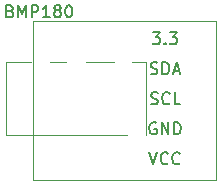
<source format=gbr>
G04 #@! TF.GenerationSoftware,KiCad,Pcbnew,(5.1.5)-3*
G04 #@! TF.CreationDate,2020-12-21T12:30:09+01:00*
G04 #@! TF.ProjectId,epimetheus_bmp180,6570696d-6574-4686-9575-735f626d7031,rev?*
G04 #@! TF.SameCoordinates,Original*
G04 #@! TF.FileFunction,Legend,Top*
G04 #@! TF.FilePolarity,Positive*
%FSLAX46Y46*%
G04 Gerber Fmt 4.6, Leading zero omitted, Abs format (unit mm)*
G04 Created by KiCad (PCBNEW (5.1.5)-3) date 2020-12-21 12:30:09*
%MOMM*%
%LPD*%
G04 APERTURE LIST*
%ADD10C,0.150000*%
%ADD11C,0.120000*%
G04 APERTURE END LIST*
D10*
X162417428Y-23550571D02*
X162560285Y-23598190D01*
X162607904Y-23645809D01*
X162655523Y-23741047D01*
X162655523Y-23883904D01*
X162607904Y-23979142D01*
X162560285Y-24026761D01*
X162465047Y-24074380D01*
X162084095Y-24074380D01*
X162084095Y-23074380D01*
X162417428Y-23074380D01*
X162512666Y-23122000D01*
X162560285Y-23169619D01*
X162607904Y-23264857D01*
X162607904Y-23360095D01*
X162560285Y-23455333D01*
X162512666Y-23502952D01*
X162417428Y-23550571D01*
X162084095Y-23550571D01*
X163084095Y-24074380D02*
X163084095Y-23074380D01*
X163417428Y-23788666D01*
X163750761Y-23074380D01*
X163750761Y-24074380D01*
X164226952Y-24074380D02*
X164226952Y-23074380D01*
X164607904Y-23074380D01*
X164703142Y-23122000D01*
X164750761Y-23169619D01*
X164798380Y-23264857D01*
X164798380Y-23407714D01*
X164750761Y-23502952D01*
X164703142Y-23550571D01*
X164607904Y-23598190D01*
X164226952Y-23598190D01*
X165750761Y-24074380D02*
X165179333Y-24074380D01*
X165465047Y-24074380D02*
X165465047Y-23074380D01*
X165369809Y-23217238D01*
X165274571Y-23312476D01*
X165179333Y-23360095D01*
X166322190Y-23502952D02*
X166226952Y-23455333D01*
X166179333Y-23407714D01*
X166131714Y-23312476D01*
X166131714Y-23264857D01*
X166179333Y-23169619D01*
X166226952Y-23122000D01*
X166322190Y-23074380D01*
X166512666Y-23074380D01*
X166607904Y-23122000D01*
X166655523Y-23169619D01*
X166703142Y-23264857D01*
X166703142Y-23312476D01*
X166655523Y-23407714D01*
X166607904Y-23455333D01*
X166512666Y-23502952D01*
X166322190Y-23502952D01*
X166226952Y-23550571D01*
X166179333Y-23598190D01*
X166131714Y-23693428D01*
X166131714Y-23883904D01*
X166179333Y-23979142D01*
X166226952Y-24026761D01*
X166322190Y-24074380D01*
X166512666Y-24074380D01*
X166607904Y-24026761D01*
X166655523Y-23979142D01*
X166703142Y-23883904D01*
X166703142Y-23693428D01*
X166655523Y-23598190D01*
X166607904Y-23550571D01*
X166512666Y-23502952D01*
X167322190Y-23074380D02*
X167417428Y-23074380D01*
X167512666Y-23122000D01*
X167560285Y-23169619D01*
X167607904Y-23264857D01*
X167655523Y-23455333D01*
X167655523Y-23693428D01*
X167607904Y-23883904D01*
X167560285Y-23979142D01*
X167512666Y-24026761D01*
X167417428Y-24074380D01*
X167322190Y-24074380D01*
X167226952Y-24026761D01*
X167179333Y-23979142D01*
X167131714Y-23883904D01*
X167084095Y-23693428D01*
X167084095Y-23455333D01*
X167131714Y-23264857D01*
X167179333Y-23169619D01*
X167226952Y-23122000D01*
X167322190Y-23074380D01*
D11*
X179832000Y-24384000D02*
X179832000Y-37846000D01*
X164338000Y-24384000D02*
X179832000Y-24384000D01*
X164338000Y-37846000D02*
X164338000Y-24384000D01*
X179832000Y-37846000D02*
X164338000Y-37846000D01*
X162052000Y-27888000D02*
X162052000Y-34088000D01*
X173873000Y-34088000D02*
X173873000Y-27888000D01*
X162052000Y-27888000D02*
X164148000Y-27888000D01*
X165798000Y-27888000D02*
X167148000Y-27888000D01*
X168798000Y-27888000D02*
X171198000Y-27888000D01*
X172748000Y-27888000D02*
X173873000Y-27888000D01*
X172298000Y-34088000D02*
X162052000Y-34088000D01*
D10*
X174466380Y-25360380D02*
X175085428Y-25360380D01*
X174752095Y-25741333D01*
X174894952Y-25741333D01*
X174990190Y-25788952D01*
X175037809Y-25836571D01*
X175085428Y-25931809D01*
X175085428Y-26169904D01*
X175037809Y-26265142D01*
X174990190Y-26312761D01*
X174894952Y-26360380D01*
X174609238Y-26360380D01*
X174514000Y-26312761D01*
X174466380Y-26265142D01*
X175514000Y-26265142D02*
X175561619Y-26312761D01*
X175514000Y-26360380D01*
X175466380Y-26312761D01*
X175514000Y-26265142D01*
X175514000Y-26360380D01*
X175894952Y-25360380D02*
X176514000Y-25360380D01*
X176180666Y-25741333D01*
X176323523Y-25741333D01*
X176418761Y-25788952D01*
X176466380Y-25836571D01*
X176514000Y-25931809D01*
X176514000Y-26169904D01*
X176466380Y-26265142D01*
X176418761Y-26312761D01*
X176323523Y-26360380D01*
X176037809Y-26360380D01*
X175942571Y-26312761D01*
X175894952Y-26265142D01*
X174299714Y-28852761D02*
X174442571Y-28900380D01*
X174680666Y-28900380D01*
X174775904Y-28852761D01*
X174823523Y-28805142D01*
X174871142Y-28709904D01*
X174871142Y-28614666D01*
X174823523Y-28519428D01*
X174775904Y-28471809D01*
X174680666Y-28424190D01*
X174490190Y-28376571D01*
X174394952Y-28328952D01*
X174347333Y-28281333D01*
X174299714Y-28186095D01*
X174299714Y-28090857D01*
X174347333Y-27995619D01*
X174394952Y-27948000D01*
X174490190Y-27900380D01*
X174728285Y-27900380D01*
X174871142Y-27948000D01*
X175299714Y-28900380D02*
X175299714Y-27900380D01*
X175537809Y-27900380D01*
X175680666Y-27948000D01*
X175775904Y-28043238D01*
X175823523Y-28138476D01*
X175871142Y-28328952D01*
X175871142Y-28471809D01*
X175823523Y-28662285D01*
X175775904Y-28757523D01*
X175680666Y-28852761D01*
X175537809Y-28900380D01*
X175299714Y-28900380D01*
X176252095Y-28614666D02*
X176728285Y-28614666D01*
X176156857Y-28900380D02*
X176490190Y-27900380D01*
X176823523Y-28900380D01*
X174323523Y-31392761D02*
X174466380Y-31440380D01*
X174704476Y-31440380D01*
X174799714Y-31392761D01*
X174847333Y-31345142D01*
X174894952Y-31249904D01*
X174894952Y-31154666D01*
X174847333Y-31059428D01*
X174799714Y-31011809D01*
X174704476Y-30964190D01*
X174514000Y-30916571D01*
X174418761Y-30868952D01*
X174371142Y-30821333D01*
X174323523Y-30726095D01*
X174323523Y-30630857D01*
X174371142Y-30535619D01*
X174418761Y-30488000D01*
X174514000Y-30440380D01*
X174752095Y-30440380D01*
X174894952Y-30488000D01*
X175894952Y-31345142D02*
X175847333Y-31392761D01*
X175704476Y-31440380D01*
X175609238Y-31440380D01*
X175466380Y-31392761D01*
X175371142Y-31297523D01*
X175323523Y-31202285D01*
X175275904Y-31011809D01*
X175275904Y-30868952D01*
X175323523Y-30678476D01*
X175371142Y-30583238D01*
X175466380Y-30488000D01*
X175609238Y-30440380D01*
X175704476Y-30440380D01*
X175847333Y-30488000D01*
X175894952Y-30535619D01*
X176799714Y-31440380D02*
X176323523Y-31440380D01*
X176323523Y-30440380D01*
X174752095Y-33028000D02*
X174656857Y-32980380D01*
X174514000Y-32980380D01*
X174371142Y-33028000D01*
X174275904Y-33123238D01*
X174228285Y-33218476D01*
X174180666Y-33408952D01*
X174180666Y-33551809D01*
X174228285Y-33742285D01*
X174275904Y-33837523D01*
X174371142Y-33932761D01*
X174514000Y-33980380D01*
X174609238Y-33980380D01*
X174752095Y-33932761D01*
X174799714Y-33885142D01*
X174799714Y-33551809D01*
X174609238Y-33551809D01*
X175228285Y-33980380D02*
X175228285Y-32980380D01*
X175799714Y-33980380D01*
X175799714Y-32980380D01*
X176275904Y-33980380D02*
X176275904Y-32980380D01*
X176514000Y-32980380D01*
X176656857Y-33028000D01*
X176752095Y-33123238D01*
X176799714Y-33218476D01*
X176847333Y-33408952D01*
X176847333Y-33551809D01*
X176799714Y-33742285D01*
X176752095Y-33837523D01*
X176656857Y-33932761D01*
X176514000Y-33980380D01*
X176275904Y-33980380D01*
X174180666Y-35520380D02*
X174514000Y-36520380D01*
X174847333Y-35520380D01*
X175752095Y-36425142D02*
X175704476Y-36472761D01*
X175561619Y-36520380D01*
X175466380Y-36520380D01*
X175323523Y-36472761D01*
X175228285Y-36377523D01*
X175180666Y-36282285D01*
X175133047Y-36091809D01*
X175133047Y-35948952D01*
X175180666Y-35758476D01*
X175228285Y-35663238D01*
X175323523Y-35568000D01*
X175466380Y-35520380D01*
X175561619Y-35520380D01*
X175704476Y-35568000D01*
X175752095Y-35615619D01*
X176752095Y-36425142D02*
X176704476Y-36472761D01*
X176561619Y-36520380D01*
X176466380Y-36520380D01*
X176323523Y-36472761D01*
X176228285Y-36377523D01*
X176180666Y-36282285D01*
X176133047Y-36091809D01*
X176133047Y-35948952D01*
X176180666Y-35758476D01*
X176228285Y-35663238D01*
X176323523Y-35568000D01*
X176466380Y-35520380D01*
X176561619Y-35520380D01*
X176704476Y-35568000D01*
X176752095Y-35615619D01*
M02*

</source>
